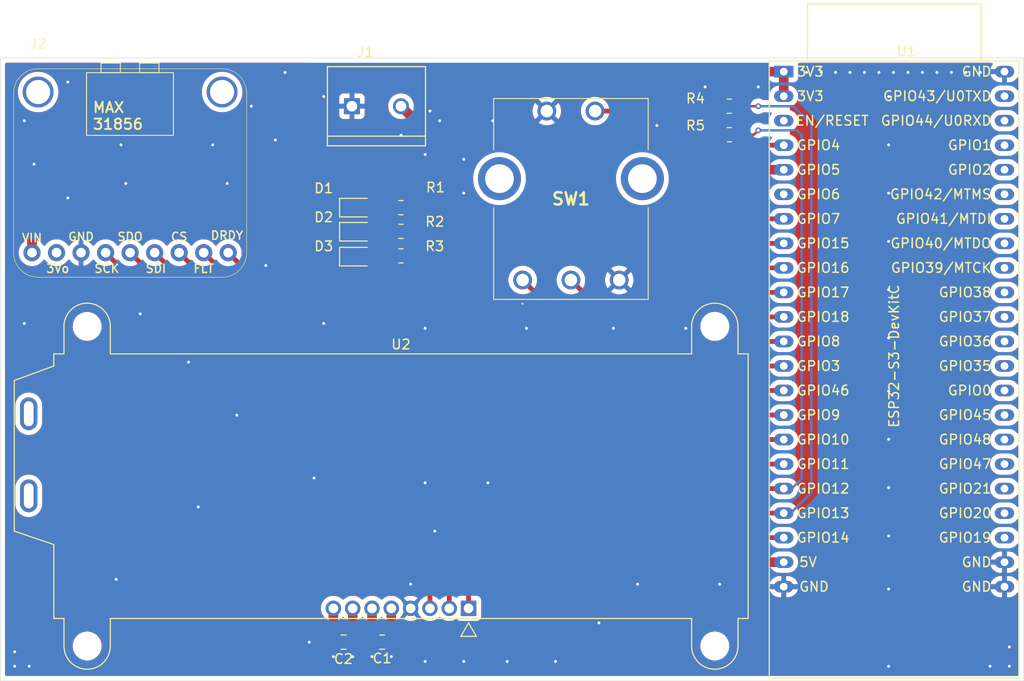
<source format=kicad_pcb>
(kicad_pcb (version 20241229) (generator "pcbnew") (generator_version "9.0")
  (title_block (title "Tube Furnace PCB") (date "2025-03-26") (rev "v2") (company "Waterloo Hacker Fab"))
  (layers (0 "F.Cu" signal) (2 "B.Cu" signal) (13 "F.Paste" user) (15 "B.Paste" user) (5 "F.SilkS" user "F.Silkscreen") (7 "B.SilkS" user "B.Silkscreen") (1 "F.Mask" user) (3 "B.Mask" user) (25 "Edge.Cuts" user))
  (net 0 "")
  (net 1 "GND")
  (net 2 "+3.3V")
  (net 3 "+5V")
  (net 4 "/SSR_PWM")
  (net 5 "Net-(D3-A)")
  (net 6 "Net-(D2-A)")
  (net 7 "Net-(D1-A)")
  (net 8 "Net-(U2-VOUT)")
  (net 9 "Net-(U2-C1+)")
  (net 10 "Net-(U2-C1-)")
  (net 13 "/SCL")
  (net 14 "/SDA")
  (net 15 "/ENC_B")
  (net 16 "/ENC_A")
  (net 17 "/ENC_SW")
  (net 18 "/MAX_SDO")
  (net 19 "/MAX_SCK")
  (net 20 "/MAX_DRDY")
  (net 21 "/MAX_3.3VOUT")
  (net 22 "/MAX_SDI")
  (net 23 "/MAX_CS")
  (net 24 "/MAX_FAULT")
  (net 25 "/DISPLAY_RST")
  (net 26 "/LED_1")
  (net 27 "/LED_2")
  (net 28 "/LED_3")
  (footprint "Diode_SMD:D_0805_2012Metric_Pad1.15x1.40mm_HandSolder" (layer "F.Cu") (at 121 76.5)
    (property "Reference" "D2" (hide yes))
    (property "Value" "LED")
    (fp_line (start -1.86 -0.96) (end -1.86 0.96) (stroke (width 0.12)) (layer "F.SilkS"))
    (fp_line (start -1.86 0.96) (end 1 0.96) (stroke (width 0.12)) (layer "F.SilkS"))
    (fp_line (start 1 -0.96) (end -1.86 -0.96) (stroke (width 0.12)) (layer "F.SilkS"))
    (pad "1" smd roundrect (at -1.025 0) (size 1.15 1.4) (layers "F.Cu" "F.Mask" "F.Paste") (roundrect_rratio 0.217391) (net 1 "GND"))
    (pad "2" smd roundrect (at 1.025 0) (size 1.15 1.4) (layers "F.Cu" "F.Mask" "F.Paste") (roundrect_rratio 0.217391) (net 6 "Net-(D2-A)"))
  )
  (footprint "phoenix_footprints:TE_282837-2" (layer "F.Cu") (at 122.96 63.5)
    (property "Reference" "J1" (at -1.127255 -5.614945 0) (layer "F.SilkS") (effects (font (size 1.002039 1.002039))))
    (property "Value" "Screw_Terminal_01x02")
    (fp_line (start -5.08 -4.1) (end 5.08 -4.1) (stroke (width 0.127)) (layer "F.SilkS"))
    (fp_line (start -5.08 3.1) (end -5.08 -4.1) (stroke (width 0.127)) (layer "F.SilkS"))
    (fp_line (start -5.08 3.1) (end 5.08 3.1) (stroke (width 0.127)) (layer "F.SilkS"))
    (fp_line (start -5.08 4.1) (end -5.08 3.1) (stroke (width 0.127)) (layer "F.SilkS"))
    (fp_line (start 5.08 -4.1) (end 5.08 3.1) (stroke (width 0.127)) (layer "F.SilkS"))
    (fp_line (start 5.08 3.1) (end 5.08 4.1) (stroke (width 0.127)) (layer "F.SilkS"))
    (fp_line (start 5.08 4.1) (end -5.08 4.1) (stroke (width 0.127)) (layer "F.SilkS"))
    (pad "1" thru_hole rect (at -2.54 0) (size 1.65 1.65) (drill 1.1) (layers "*.Cu" "*.Mask") (net 1 "GND"))
    (pad "2" thru_hole circle (at 2.54 0) (size 1.65 1.65) (drill 1.1) (layers "*.Cu" "*.Mask") (net 4 "/SSR_PWM"))
  )
  (footprint "Capacitor_SMD:C_0805_2012Metric" (layer "F.Cu") (at 123.55 119 180)
    (property "Reference" "C1" (at 0 -1.68 0) (layer "F.SilkS"))
    (property "Value" "1uF")
    (fp_line (start -0.261252 0.735) (end 0.261252 0.735) (stroke (width 0.12)) (layer "F.SilkS"))
    (fp_line (start -0.261252 -0.735) (end 0.261252 -0.735) (stroke (width 0.12)) (layer "F.SilkS"))
    (pad "1" smd roundrect (at -0.95 0 180) (size 1 1.45) (layers "F.Cu" "F.Mask" "F.Paste") (net 3 "+5V"))
    (pad "2" smd roundrect (at 0.95 0 180) (size 1 1.45) (layers "F.Cu" "F.Mask" "F.Paste") (net 8 "Net-(U2-VOUT)"))
  )
  (footprint "Resistor_SMD:R_0805_2012Metric_Pad1.20x1.40mm_HandSolder" (layer "F.Cu") (at 125.5 76.46 180)
    (property "Reference" "R2" (at -3.5 1 0) (layer "F.SilkS"))
    (property "Value" "220")
    (fp_line (start -0.227064 0.735) (end 0.227064 0.735) (stroke (width 0.12)) (layer "F.SilkS"))
    (fp_line (start -0.227064 -0.735) (end 0.227064 -0.735) (stroke (width 0.12)) (layer "F.SilkS"))
    (pad "1" smd roundrect (at -1 0 180) (size 1.2 1.4) (layers "F.Cu" "F.Mask" "F.Paste") (roundrect_rratio 0.208333) (net 27 "/LED_2"))
    (pad "2" smd roundrect (at 1 0 180) (size 1.2 1.4) (layers "F.Cu" "F.Mask" "F.Paste") (roundrect_rratio 0.208333) (net 6 "Net-(D2-A)"))
  )
  (footprint "Capacitor_SMD:C_0805_2012Metric" (layer "F.Cu") (at 119.55 119 180)
    (property "Reference" "C2" (at 0.008519 -1.745267 0) (layer "F.SilkS"))
    (property "Value" "1uF")
    (fp_line (start -0.261252 0.735) (end 0.261252 0.735) (stroke (width 0.12)) (layer "F.SilkS"))
    (fp_line (start -0.261252 -0.735) (end 0.261252 -0.735) (stroke (width 0.12)) (layer "F.SilkS"))
    (pad "1" smd roundrect (at -0.95 0 180) (size 1 1.45) (layers "F.Cu" "F.Mask" "F.Paste") (net 9 "Net-(U2-C1+)"))
    (pad "2" smd roundrect (at 0.95 0 180) (size 1 1.45) (layers "F.Cu" "F.Mask" "F.Paste") (net 10 "Net-(U2-C1-)"))
  )
  (footprint "Resistor_SMD:R_0805_2012Metric_Pad1.20x1.40mm_HandSolder" (layer "F.Cu") (at 125.5 79 180)
    (property "Reference" "R3" (at -3.5 1 0) (layer "F.SilkS"))
    (property "Value" "220")
    (fp_line (start -0.227064 0.735) (end 0.227064 0.735) (stroke (width 0.12)) (layer "F.SilkS"))
    (fp_line (start -0.227064 -0.735) (end 0.227064 -0.735) (stroke (width 0.12)) (layer "F.SilkS"))
    (pad "1" smd roundrect (at -1 0 180) (size 1.2 1.4) (layers "F.Cu" "F.Mask" "F.Paste") (roundrect_rratio 0.208333) (net 28 "/LED_3"))
    (pad "2" smd roundrect (at 1 0 180) (size 1.2 1.4) (layers "F.Cu" "F.Mask" "F.Paste") (roundrect_rratio 0.208333) (net 5 "Net-(D3-A)"))
  )
  (footprint "!footprints:PEC164120FS0012" (layer "F.Cu") (at 138.1 81.5)
    (property "Reference" "SW1" (at 5 -8.4 0) (layer "F.SilkS") (effects (font (size 1.27 1.27) (thickness 0.254))))
    (property "Value" "RotaryEncoder_Switch" (hide yes))
    (fp_line (start -3 -18.8) (end -3 -13.5) (stroke (width 0.1)) (layer "F.SilkS"))
    (fp_line (start -3 -7.5) (end -3 2) (stroke (width 0.1)) (layer "F.SilkS"))
    (fp_line (start -3 2) (end 13 2) (stroke (width 0.1)) (layer "F.SilkS"))
    (fp_line (start 0 2.4) (end 0 2.4) (stroke (width 0.1)) (layer "F.SilkS"))
    (fp_line (start 0 2.5) (end 0 2.5) (stroke (width 0.1)) (layer "F.SilkS"))
    (fp_line (start 13 -18.8) (end -3 -18.8) (stroke (width 0.1)) (layer "F.SilkS"))
    (fp_line (start 13 -13.5) (end 13 -18.8) (stroke (width 0.1)) (layer "F.SilkS"))
    (fp_line (start 13 2) (end 13 -7.5) (stroke (width 0.1)) (layer "F.SilkS"))
    (fp_arc (start 0 2.4) (mid 0.05 2.45) (end 0 2.5) (stroke (width 0.1)) (layer "F.SilkS"))
    (fp_arc (start 0 2.5) (mid -0.05 2.45) (end 0 2.4) (stroke (width 0.1)) (layer "F.SilkS"))
    (pad "A" thru_hole circle (at 0 0) (size 1.95 1.95) (drill 1.3) (layers "*.Cu" "*.Mask") (net 16 "/ENC_A"))
    (pad "B" thru_hole circle (at 5 0) (size 1.95 1.95) (drill 1.3) (layers "*.Cu" "*.Mask") (net 15 "/ENC_B"))
    (pad "C" thru_hole circle (at 10 0) (size 1.95 1.95) (drill 1.3) (layers "*.Cu" "*.Mask") (net 1 "GND"))
    (pad "MH1" thru_hole circle (at -2.4 -10.5) (size 4.46 4.46) (drill 2.9732) (layers "*.Cu" "*.Mask"))
    (pad "MH2" thru_hole circle (at 12.4 -10.5) (size 4.46 4.46) (drill 2.9732) (layers "*.Cu" "*.Mask"))
    (pad "S1" thru_hole circle (at 2.5 -17.5) (size 1.95 1.95) (drill 1.3) (layers "*.Cu" "*.Mask") (net 1 "GND"))
    (pad "S2" thru_hole circle (at 7.5 -17.5) (size 1.95 1.95) (drill 1.3) (layers "*.Cu" "*.Mask") (net 17 "/ENC_SW"))
  )
  (footprint "Diode_SMD:D_0805_2012Metric_Pad1.15x1.40mm_HandSolder" (layer "F.Cu") (at 121 79.08)
    (property "Reference" "D3" (hide yes))
    (property "Value" "LED")
    (fp_line (start -1.86 -0.96) (end -1.86 0.96) (stroke (width 0.12)) (layer "F.SilkS"))
    (fp_line (start -1.86 0.96) (end 1 0.96) (stroke (width 0.12)) (layer "F.SilkS"))
    (fp_line (start 1 -0.96) (end -1.86 -0.96) (stroke (width 0.12)) (layer "F.SilkS"))
    (pad "1" smd roundrect (at -1.025 0) (size 1.15 1.4) (layers "F.Cu" "F.Mask" "F.Paste") (roundrect_rratio 0.217391) (net 1 "GND"))
    (pad "2" smd roundrect (at 1.025 0) (size 1.15 1.4) (layers "F.Cu" "F.Mask" "F.Paste") (roundrect_rratio 0.217391) (net 5 "Net-(D3-A)"))
  )
  (footprint "Resistor_SMD:R_0805_2012Metric_Pad1.20x1.40mm_HandSolder" (layer "F.Cu") (at 159.5 66.45)
    (property "Reference" "R5" (at -3.5 -0.95 0) (layer "F.SilkS"))
    (property "Value" "4.7k")
    (fp_line (start -0.227064 -0.735) (end 0.227064 -0.735) (stroke (width 0.12)) (layer "F.SilkS"))
    (fp_line (start -0.227064 0.735) (end 0.227064 0.735) (stroke (width 0.12)) (layer "F.SilkS"))
    (pad "1" smd roundrect (at -1 0) (size 1.2 1.4) (layers "F.Cu" "F.Mask" "F.Paste") (roundrect_rratio 0.208333) (net 2 "+3.3V"))
    (pad "2" smd roundrect (at 1 0) (size 1.2 1.4) (layers "F.Cu" "F.Mask" "F.Paste") (roundrect_rratio 0.208333) (net 14 "/SDA"))
  )
  (footprint "Resistor_SMD:R_0805_2012Metric_Pad1.20x1.40mm_HandSolder" (layer "F.Cu") (at 159.5 63.5)
    (property "Reference" "R4" (at -3.5 -0.8 0) (layer "F.SilkS"))
    (property "Value" "4.7k")
    (fp_line (start -0.227064 -0.735) (end 0.227064 -0.735) (stroke (width 0.12)) (layer "F.SilkS"))
    (fp_line (start -0.227064 0.735) (end 0.227064 0.735) (stroke (width 0.12)) (layer "F.SilkS"))
    (pad "1" smd roundrect (at -1 0) (size 1.2 1.4) (layers "F.Cu" "F.Mask" "F.Paste") (roundrect_rratio 0.208333) (net 2 "+3.3V"))
    (pad "2" smd roundrect (at 1 0) (size 1.2 1.4) (layers "F.Cu" "F.Mask" "F.Paste") (roundrect_rratio 0.208333) (net 13 "/SCL"))
  )
  (footprint "Diode_SMD:D_0805_2012Metric_Pad1.15x1.40mm_HandSolder" (layer "F.Cu") (at 121 74)
    (property "Reference" "D1" (hide yes))
    (property "Value" "LED")
    (fp_line (start -1.86 -0.96) (end -1.86 0.96) (stroke (width 0.12)) (layer "F.SilkS"))
    (fp_line (start -1.86 0.96) (end 1 0.96) (stroke (width 0.12)) (layer "F.SilkS"))
    (fp_line (start 1 -0.96) (end -1.86 -0.96) (stroke (width 0.12)) (layer "F.SilkS"))
    (pad "1" smd roundrect (at -1.025 0) (size 1.15 1.4) (layers "F.Cu" "F.Mask" "F.Paste") (roundrect_rratio 0.217391) (net 1 "GND"))
    (pad "2" smd roundrect (at 1.025 0) (size 1.15 1.4) (layers "F.Cu" "F.Mask" "F.Paste") (roundrect_rratio 0.217391) (net 7 "Net-(D1-A)"))
  )
  (footprint "Display:NHD-C0220BiZ" (layer "F.Cu") (at 125.5 99.6)
    (property "Reference" "U2" (at 0 -11.43 0) (layer "F.SilkS"))
    (property "Value" "NHD-C0220BIZ")
    (fp_line (start -40.05 -7.7) (end -40.05 7.9) (stroke (width 0.12)) (layer "F.SilkS"))
    (fp_line (start -40.05 7.9) (end -35.95 9.3) (stroke (width 0.12)) (layer "F.SilkS"))
    (fp_line (start -35.95 -10.45) (end -35.95 -9.2) (stroke (width 0.12)) (layer "F.SilkS"))
    (fp_line (start -35.95 -9.2) (end -40.05 -7.7) (stroke (width 0.12)) (layer "F.SilkS"))
    (fp_line (start -35.95 9.3) (end -35.95 16.95) (stroke (width 0.12)) (layer "F.SilkS"))
    (fp_line (start -35.95 16.95) (end -34.9 16.95) (stroke (width 0.12)) (layer "F.SilkS"))
    (fp_line (start -34.9 -13.3) (end -34.9 -10.45) (stroke (width 0.12)) (layer "F.SilkS"))
    (fp_line (start -34.9 -10.45) (end -35.95 -10.45) (stroke (width 0.12)) (layer "F.SilkS"))
    (fp_line (start -34.9 16.95) (end -34.9 19.8) (stroke (width 0.12)) (layer "F.SilkS"))
    (fp_line (start -30.1 -10.45) (end -30.1 -13.3) (stroke (width 0.12)) (layer "F.SilkS"))
    (fp_line (start -30.1 16.95) (end 30.1 16.95) (stroke (width 0.12)) (layer "F.SilkS"))
    (fp_line (start -30.1 19.8) (end -30.1 16.95) (stroke (width 0.12)) (layer "F.SilkS"))
    (fp_line (start 6.2 18.8) (end 7 17.4) (stroke (width 0.12)) (layer "F.SilkS"))
    (fp_line (start 6.2 18.8) (end 7.8 18.8) (stroke (width 0.12)) (layer "F.SilkS"))
    (fp_line (start 7 17.4) (end 7.8 18.8) (stroke (width 0.12)) (layer "F.SilkS"))
    (fp_line (start 30.1 -13.3) (end 30.1 -10.45) (stroke (width 0.12)) (layer "F.SilkS"))
    (fp_line (start 30.1 -10.45) (end -30.1 -10.45) (stroke (width 0.12)) (layer "F.SilkS"))
    (fp_line (start 30.1 16.95) (end 30.1 19.8) (stroke (width 0.12)) (layer "F.SilkS"))
    (fp_line (start 34.9 -10.45) (end 34.9 -13.3) (stroke (width 0.12)) (layer "F.SilkS"))
    (fp_line (start 34.9 16.95) (end 35.95 16.95) (stroke (width 0.12)) (layer "F.SilkS"))
    (fp_line (start 34.9 19.8) (end 34.9 16.95) (stroke (width 0.12)) (layer "F.SilkS"))
    (fp_line (start 35.95 -10.45) (end 34.9 -10.45) (stroke (width 0.12)) (layer "F.SilkS"))
    (fp_line (start 35.95 16.95) (end 35.95 -10.45) (stroke (width 0.12)) (layer "F.SilkS"))
    (fp_arc (start -34.9 -13.3) (mid -32.5 -15.7) (end -30.1 -13.3) (stroke (width 0.12)) (layer "F.SilkS"))
    (fp_arc (start -30.1 19.8) (mid -32.5 22.2) (end -34.9 19.8) (stroke (width 0.12)) (layer "F.SilkS"))
    (fp_arc (start 30.1 -13.3) (mid 32.5 -15.7) (end 34.9 -13.3) (stroke (width 0.12)) (layer "F.SilkS"))
    (fp_arc (start 34.9 19.8) (mid 32.5 22.2) (end 30.1 19.8) (stroke (width 0.12)) (layer "F.SilkS"))
    (pad "" np_thru_hole circle (at -32.5 -13.3) (size 2.5 2.5) (drill 2.5) (layers "*.Cu" "*.Mask"))
    (pad "" np_thru_hole circle (at -32.5 19.8) (size 2.5 2.5) (drill 2.5) (layers "*.Cu" "*.Mask"))
    (pad "" np_thru_hole circle (at 32.5 -13.3) (size 2.5 2.5) (drill 2.5) (layers "*.Cu" "*.Mask"))
    (pad "" np_thru_hole circle (at 32.5 19.8) (size 2.5 2.5) (drill 2.5) (layers "*.Cu" "*.Mask"))
    (pad "1" thru_hole rect (at 7 15.9) (size 1.6 1.6) (drill 1) (layers "*.Cu" "*.Mask") (net 25 "/DISPLAY_RST"))
    (pad "2" thru_hole circle (at 5 15.9) (size 1.6 1.6) (drill 1) (layers "*.Cu" "*.Mask") (net 13 "/SCL"))
    (pad "3" thru_hole circle (at 3 15.9) (size 1.6 1.6) (drill 1) (layers "*.Cu" "*.Mask") (net 14 "/SDA"))
    (pad "4" thru_hole circle (at 1 15.9) (size 1.6 1.6) (drill 1) (layers "*.Cu" "*.Mask") (net 1 "GND"))
    (pad "5" thru_hole circle (at -1 15.9) (size 1.6 1.6) (drill 1) (layers "*.Cu" "*.Mask") (net 3 "+5V"))
    (pad "6" thru_hole circle (at -3 15.9) (size 1.6 1.6) (drill 1) (layers "*.Cu" "*.Mask") (net 8 "Net-(U2-VOUT)"))
    (pad "7" thru_hole circle (at -5 15.9) (size 1.6 1.6) (drill 1) (layers "*.Cu" "*.Mask") (net 9 "Net-(U2-C1+)"))
    (pad "8" thru_hole circle (at -7 15.9) (size 1.6 1.6) (drill 1) (layers "*.Cu" "*.Mask") (net 10 "Net-(U2-C1-)"))
    (pad "9" thru_hole oval (at -38.55 4.25) (size 1.8 3.4) (drill oval 1 2.6) (layers "*.Cu" "*.Mask"))
    (pad "10" thru_hole oval (at -38.55 -4.25) (size 1.8 3.4) (drill oval 1 2.6) (layers "*.Cu" "*.Mask"))
  )
  (footprint "PCM_Espressif:ESP32-S3-DevKitC" (layer "F.Cu") (at 165.14 59.92)
    (property "Reference" "U1" (at 12.7 -2.1 0) (layer "F.SilkS"))
    (property "Value" "ESP32-S3-DevKitC" (at 11.42632 29.46128 90) (layer "F.SilkS"))
    (fp_line (start -1.5 62.79728) (end 24.359999 62.79728) (stroke (width 0.12)) (layer "F.SilkS"))
    (fp_line (start -1.499999 -1.1) (end -1.5 62.79728) (stroke (width 0.12)) (layer "F.SilkS"))
    (fp_line (start 2.46012 -7.01312) (end 20.44332 -7.01312) (stroke (width 0.12)) (layer "F.SilkS"))
    (fp_line (start 2.46012 -1.12032) (end 2.46012 -7.01312) (stroke (width 0.12)) (layer "F.SilkS"))
    (fp_line (start 20.44332 -7.01312) (end 20.44332 -1.12032) (stroke (width 0.12)) (layer "F.SilkS"))
    (fp_line (start 24.359999 62.79728) (end 24.36 -1.1) (stroke (width 0.12)) (layer "F.SilkS"))
    (fp_line (start 24.36 -1.1) (end -1.499999 -1.1) (stroke (width 0.12)) (layer "F.SilkS"))
    (fp_text user "GPIO47" (at 21.59 40.64 0) (layer "F.SilkS") (effects (justify right)))
    (fp_text user "3V3" (at 1.27 0 0) (layer "F.SilkS") (effects (justify left)))
    (fp_text user "GPIO18" (at 1.27 25.4 0) (layer "F.SilkS") (effects (justify left)))
    (fp_text user "GND" (at 1.52032 53.33728 0) (layer "F.SilkS") (effects (justify left)))
    (fp_text user "GPIO12" (at 1.27 43.18 0) (layer "F.SilkS") (effects (justify left)))
    (fp_text user "GPIO11" (at 1.27 40.64 0) (layer "F.SilkS") (effects (justify left)))
    (fp_text user "GPIO48" (at 21.59 38.1 0) (layer "F.SilkS") (effects (justify right)))
    (fp_text user "GPIO2" (at 21.59 10.16 0) (layer "F.SilkS") (effects (justify right)))
    (fp_text user "GPIO36" (at 21.59 27.94 0) (layer "F.SilkS") (effects (justify right)))
    (fp_text user "3V3" (at 1.27 2.54 0) (layer "F.SilkS") (effects (justify left)))
    (fp_text user "GPIO40/MTDO" (at 21.59 17.78 0) (layer "F.SilkS") (effects (justify right)))
    (fp_text user "GPIO9" (at 1.27 35.56 0) (layer "F.SilkS") (effects (justify left)))
    (fp_text user "GND" (at 21.59 50.8 0) (layer "F.SilkS") (effects (justify right)))
    (fp_text user "GPIO17" (at 1.27 22.86 0) (layer "F.SilkS") (effects (justify left)))
    (fp_text user "GPIO21" (at 21.59 43.18 0) (layer "F.SilkS") (effects (justify right)))
    (fp_text user "GPIO6" (at 1.27 12.7 0) (layer "F.SilkS") (effects (justify left)))
    (fp_text user "GPIO5" (at 1.27 10.16 0) (layer "F.SilkS") (effects (justify left)))
    (fp_text user "GPIO19" (at 21.59 48.26 0) (layer "F.SilkS") (effects (justify right)))
    (fp_text user "GPIO37" (at 21.59 25.4 0) (layer "F.SilkS") (effects (justify right)))
    (fp_text user "GPIO20" (at 21.59 45.72 0) (layer "F.SilkS") (effects (justify right)))
    (fp_text user "GPIO38" (at 21.59 22.86 0) (layer "F.SilkS") (effects (justify right)))
    (fp_text user "GPIO7" (at 1.27 15.24 0) (layer "F.SilkS") (effects (justify left)))
    (fp_text user "GPIO39/MTCK" (at 21.59 20.32 0) (layer "F.SilkS") (effects (justify right)))
    (fp_text user "5V" (at 1.52032 50.79728 0) (layer "F.SilkS") (effects (justify left)))
    (fp_text user "GPIO44/U0RXD" (at 21.59 5.08 0) (layer "F.SilkS") (effects (justify right)))
    (fp_text user "GPIO0" (at 21.59 33.02 0) (layer "F.SilkS") (effects (justify right)))
    (fp_text user "GND" (at 21.59 0 0) (layer "F.SilkS") (effects (justify right)))
    (fp_text user "GPIO42/MTMS" (at 21.59 12.7 0) (layer "F.SilkS") (effects (justify right)))
    (fp_text user "GPIO4" (at 1.27 7.62 0) (layer "F.SilkS") (effects (justify left)))
    (fp_text user "GPIO10" (at 1.27 38.1 0) (layer "F.SilkS") (effects (justify left)))
    (fp_text user "GPIO13" (at 1.27 45.72 0) (layer "F.SilkS") (effects (justify left)))
    (fp_text user "GPIO46" (at 1.27 33.02 0) (layer "F.SilkS") (effects (justify left)))
    (fp_text user "GPIO8" (at 1.27 27.94 0) (layer "F.SilkS") (effects (justify left)))
    (fp_text user "GPIO41/MTDI" (at 21.59 15.24 0) (layer "F.SilkS") (effects (justify right)))
    (fp_text user "GPIO15" (at 1.27 17.78 0) (layer "F.SilkS") (effects (justify left)))
    (fp_text user "GPIO35" (at 21.59 30.48 0) (layer "F.SilkS") (effects (justify right)))
    (fp_text user "GND" (at 21.59 53.34 0) (layer "F.SilkS") (effects (justify right)))
    (fp_text user "GPIO14" (at 1.27 48.26 0) (layer "F.SilkS") (effects (justify left)))
    (fp_text user "GPIO1" (at 21.59 7.62 0) (layer "F.SilkS") (effects (justify right)))
    (fp_text user "GPIO43/U0TXD" (at 21.59 2.54 0) (layer "F.SilkS") (effects (justify right)))
    (fp_text user "GPIO45" (at 21.59 35.56 0) (layer "F.SilkS") (effects (justify right)))
    (fp_text user "GPIO16" (at 1.27 20.32 0) (layer "F.SilkS") (effects (justify left)))
    (fp_text user "GPIO3" (at 1.27 30.48 0) (layer "F.SilkS") (effects (justify left)))
    (fp_text user "EN/RESET" (at 8.88632 5.07728 0) (layer "F.SilkS") (effects (justify right)))
    (pad "1" thru_hole rect (at 0 0 270) (size 1.2 2) (drill 0.8) (layers "*.Cu" "*.Mask") (net 2 "+3.3V"))
    (pad "2" thru_hole oval (at 0 2.54 270) (size 1.2 2) (drill 0.8) (layers "*.Cu" "*.Mask") (net 2 "+3.3V"))
    (pad "3" thru_hole oval (at 0 5.08 270) (size 1.2 2) (drill 0.8) (layers "*.Cu" "*.Mask"))
    (pad "4" thru_hole oval (at 0 7.62 270) (size 1.2 2) (drill 0.8) (layers "*.Cu" "*.Mask") (net 17 "/ENC_SW"))
    (pad "5" thru_hole oval (at 0 10.16 270) (size 1.2 2) (drill 0.8) (layers "*.Cu" "*.Mask") (net 4 "/SSR_PWM"))
    (pad "6" thru_hole oval (at 0 12.7 270) (size 1.2 2) (drill 0.8) (layers "*.Cu" "*.Mask"))
    (pad "7" thru_hole oval (at 0 15.24 270) (size 1.2 2) (drill 0.8) (layers "*.Cu" "*.Mask") (net 26 "/LED_1"))
    (pad "8" thru_hole oval (at 0 17.78 270) (size 1.2 2) (drill 0.8) (layers "*.Cu" "*.Mask") (net 27 "/LED_2"))
    (pad "9" thru_hole oval (at 0 20.32 270) (size 1.2 2) (drill 0.8) (layers "*.Cu" "*.Mask") (net 28 "/LED_3"))
    (pad "10" thru_hole oval (at 0 22.86 270) (size 1.2 2) (drill 0.8) (layers "*.Cu" "*.Mask") (net 15 "/ENC_B"))
    (pad "11" thru_hole oval (at 0 25.4 270) (size 1.2 2) (drill 0.8) (layers "*.Cu" "*.Mask") (net 16 "/ENC_A"))
    (pad "12" thru_hole oval (at 0 27.94 270) (size 1.2 2) (drill 0.8) (layers "*.Cu" "*.Mask") (net 20 "/MAX_DRDY"))
    (pad "13" thru_hole oval (at 0 30.48 270) (size 1.2 2) (drill 0.8) (layers "*.Cu" "*.Mask") (net 24 "/MAX_FAULT"))
    (pad "14" thru_hole oval (at 0 33.02 270) (size 1.2 2) (drill 0.8) (layers "*.Cu" "*.Mask") (net 23 "/MAX_CS"))
    (pad "15" thru_hole oval (at 0 35.56 270) (size 1.2 2) (drill 0.8) (layers "*.Cu" "*.Mask") (net 22 "/MAX_SDI"))
    (pad "16" thru_hole oval (at 0 38.1 270) (size 1.2 2) (drill 0.8) (layers "*.Cu" "*.Mask") (net 18 "/MAX_SDO"))
    (pad "17" thru_hole oval (at 0 40.64 270) (size 1.2 2) (drill 0.8) (layers "*.Cu" "*.Mask") (net 19 "/MAX_SCK"))
    (pad "18" thru_hole oval (at 0 43.18 270) (size 1.2 2) (drill 0.8) (layers "*.Cu" "*.Mask") (net 14 "/SDA"))
    (pad "19" thru_hole oval (at 0 45.72 270) (size 1.2 2) (drill 0.8) (layers "*.Cu" "*.Mask") (net 13 "/SCL"))
    (pad "20" thru_hole oval (at -0.00368 48.25728 270) (size 1.2 2) (drill 0.8) (layers "*.Cu" "*.Mask") (net 25 "/DISPLAY_RST"))
    (pad "21" thru_hole oval (at -0.00368 50.79728 270) (size 1.2 2) (drill 0.8) (layers "*.Cu" "*.Mask") (net 3 "+5V"))
    (pad "22" thru_hole oval (at -0.00368 53.33728 270) (size 1.2 2) (drill 0.8) (layers "*.Cu" "*.Mask") (net 1 "GND"))
    (pad "23" thru_hole oval (at 22.86 53.34 270) (size 1.2 2) (drill 0.8) (layers "*.Cu" "*.Mask") (net 1 "GND"))
    (pad "24" thru_hole oval (at 22.86 50.8 270) (size 1.2 2) (drill 0.8) (layers "*.Cu" "*.Mask") (net 1 "GND"))
    (pad "25" thru_hole oval (at 22.86 48.26 270) (size 1.2 2) (drill 0.8) (layers "*.Cu" "*.Mask"))
    (pad "26" thru_hole oval (at 22.86 45.72 270) (size 1.2 2) (drill 0.8) (layers "*.Cu" "*.Mask"))
    (pad "27" thru_hole oval (at 22.86 43.18 270) (size 1.2 2) (drill 0.8) (layers "*.Cu" "*.Mask"))
    (pad "28" thru_hole oval (at 22.86 40.64 270) (size 1.2 2) (drill 0.8) (layers "*.Cu" "*.Mask"))
    (pad "29" thru_hole oval (at 22.86 38.1 270) (size 1.2 2) (drill 0.8) (layers "*.Cu" "*.Mask"))
    (pad "30" thru_hole oval (at 22.86 35.56 270) (size 1.2 2) (drill 0.8) (layers "*.Cu" "*.Mask"))
    (pad "31" thru_hole oval (at 22.86 33.02 270) (size 1.2 2) (drill 0.8) (layers "*.Cu" "*.Mask"))
    (pad "32" thru_hole oval (at 22.86 30.48 270) (size 1.2 2) (drill 0.8) (layers "*.Cu" "*.Mask"))
    (pad "33" thru_hole oval (at 22.86 27.94 270) (size 1.2 2) (drill 0.8) (layers "*.Cu" "*.Mask"))
    (pad "34" thru_hole oval (at 22.86 25.4 270) (size 1.2 2) (drill 0.8) (layers "*.Cu" "*.Mask"))
    (pad "35" thru_hole oval (at 22.86 22.86 270) (size 1.2 2) (drill 0.8) (layers "*.Cu" "*.Mask"))
    (pad "36" thru_hole oval (at 22.86 20.32 270) (size 1.2 2) (drill 0.8) (layers "*.Cu" "*.Mask"))
    (pad "37" thru_hole oval (at 22.86 17.78 270) (size 1.2 2) (drill 0.8) (layers "*.Cu" "*.Mask"))
    (pad "38" thru_hole oval (at 22.86 15.24 270) (size 1.2 2) (drill 0.8) (layers "*.Cu" "*.Mask"))
    (pad "39" thru_hole oval (at 22.86 12.7 270) (size 1.2 2) (drill 0.8) (layers "*.Cu" "*.Mask"))
    (pad "40" thru_hole oval (at 22.86 10.16 270) (size 1.2 2) (drill 0.8) (layers "*.Cu" "*.Mask"))
    (pad "41" thru_hole oval (at 22.86 7.62 270) (size 1.2 2) (drill 0.8) (layers "*.Cu" "*.Mask"))
    (pad "42" thru_hole oval (at 22.86 5.08 270) (size 1.2 2) (drill 0.8) (layers "*.Cu" "*.Mask"))
    (pad "43" thru_hole oval (at 22.86 2.54 270) (size 1.2 2) (drill 0.8) (layers "*.Cu" "*.Mask"))
    (pad "44" thru_hole oval (at 22.86 0 270) (size 1.2 2) (drill 0.8) (layers "*.Cu" "*.Mask") (net 1 "GND"))
  )
  (footprint "!footprints:MAX31856_HEADER" (layer "F.Cu") (at 87.936314 62.019686)
    (property "Reference" "J2" (at 0 -5 0) (layer "F.SilkS") (effects (font (thickness 0.1))))
    (property "Value" "Conn_01x09_Socket")
    (fp_line (start -2.551314 16.648314) (end -2.551314 0.138314) (stroke (width 0.05)) (layer "F.SilkS"))
    (fp_line (start -0.011314 -2.401686) (end 19.038686 -2.401686) (stroke (width 0.05)) (layer "F.SilkS"))
    (fp_line (start 19.012586 19.191516) (end -0.037414 19.191516) (stroke (width 0.05)) (layer "F.SilkS"))
    (fp_line (start 21.578686 0.138314) (end 21.578686 16.648314) (stroke (width 0.05)) (layer "F.SilkS"))
    (fp_rect (start 5 -2) (end 14 4.5) (stroke (width 0.1)) (fill no) (layer "F.SilkS"))
    (fp_rect (start 6.5 -3) (end 8.5 -2) (stroke (width 0.1)) (fill no) (layer "F.SilkS"))
    (fp_rect (start 10.5 -3) (end 12.5 -2) (stroke (width 0.1)) (fill no) (layer "F.SilkS"))
    (fp_arc (start -2.551314 0.138314) (mid -1.807365 -1.657737) (end -0.011314 -2.401686) (stroke (width 0.05)) (layer "F.SilkS"))
    (fp_arc (start -0.011314 19.188314) (mid -1.807365 18.444365) (end -2.551314 16.648314) (stroke (width 0.05)) (layer "F.SilkS"))
    (fp_arc (start 19.038686 -2.401686) (mid 20.834741 -1.657741) (end 21.578686 0.138314) (stroke (width 0.05)) (layer "F.SilkS"))
    (fp_arc (start 21.578686 16.648314) (mid 20.834736 18.444361) (end 19.038686 19.188314) (stroke (width 0.05)) (layer "F.SilkS"))
    (fp_text user "SCK" (at 7.100686 18.299314 0) (layer "F.SilkS") (effects (font (size 0.8636 0.8636) (thickness 0.1524))))
    (fp_text user "SDI" (at 12.180686 18.299314 0) (layer "F.SilkS") (effects (font (size 0.8636 0.8636) (thickness 0.1524))))
    (fp_text user "GND" (at 4.433686 14.997314 0) (layer "F.SilkS") (effects (font (size 0.8636 0.8636) (thickness 0.1524))))
    (fp_text user "FLT" (at 17.133686 18.299314 0) (layer "F.SilkS") (effects (font (size 0.8636 0.8636) (thickness 0.1524))))
    (fp_text user "3Vo" (at 2.020686 18.299314 0) (layer "F.SilkS") (effects (font (size 0.8636 0.8636) (thickness 0.1524))))
    (fp_text user "CS" (at 14.593686 14.997314 0) (layer "F.SilkS") (effects (font (size 0.8636 0.8636) (thickness 0.1524))))
    (fp_text user "SDO" (at 9.513686 14.997314 0) (layer "F.SilkS") (effects (font (size 0.8636 0.8636) (thickness 0.1524))))
    (fp_text user "DRDY" (at 19.546686 14.870314 0) (layer "F.SilkS") (effects (font (size 0.8636 0.8636) (thickness 0.1524))))
    (fp_text user "VIN" (at -0.646314 15.124314 0) (layer "F.SilkS") (effects (font (size 0.8636 0.8636) (thickness 0.1524))))
    (fp_text user "MAX\n31856" (at 5.563686 3.980314 0) (layer "F.SilkS") (effects (font (size 1.0795 1.0795) (thickness 0.1905)) (justify left bottom)))
    (pad "1" thru_hole circle (at 19.673686 16.648314 270) (size 1.778 1.778) (drill 1) (layers "*.Cu" "*.Mask") (net 20 "/MAX_DRDY"))
    (pad "2" thru_hole circle (at 17.133686 16.648314 270) (size 1.778 1.778) (drill 1) (layers "*.Cu" "*.Mask") (net 24 "/MAX_FAULT"))
    (pad "3" thru_hole circle (at 14.593686 16.648314 270) (size 1.778 1.778) (drill 1) (layers "*.Cu" "*.Mask") (net 23 "/MAX_CS"))
    (pad "4" thru_hole circle (at 12.053686 16.648314 270) (size 1.778 1.778) (drill 1) (layers "*.Cu" "*.Mask") (net 22 "/MAX_SDI"))
    (pad "5" thru_hole circle (at 9.513686 16.648314 270) (size 1.778 1.778) (drill 1) (layers "*.Cu" "*.Mask") (net 18 "/MAX_SDO"))
    (pad "6" thru_hole circle (at 6.973686 16.648314 270) (size 1.778 1.778) (drill 1) (layers "*.Cu" "*.Mask") (net 19 "/MAX_SCK"))
    (pad "7" thru_hole circle (at 4.433686 16.648314 270) (size 1.778 1.778) (drill 1) (layers "*.Cu" "*.Mask") (net 1 "GND"))
    (pad "8" thru_hole circle (at 1.893686 16.648314 270) (size 1.778 1.778) (drill 1) (layers "*.Cu" "*.Mask") (net 21 "/MAX_3.3VOUT"))
    (pad "9" thru_hole circle (at -0.646314 16.648314 270) (size 1.778 1.778) (drill 1) (layers "*.Cu" "*.Mask") (net 2 "+3.3V"))
    (pad "P$1" thru_hole circle (at -0.011314 0.011314) (size 3.2 3.2) (drill 2.5) (layers "*.Cu" "*.Mask"))
    (pad "P$1" thru_hole circle (at 19.038686 0.011314) (size 3.2 3.2) (drill 2.5) (layers "*.Cu" "*.Mask"))
    (zone (net 0) (net_name "") (layer "F.Cu") (connect_pads (clearance 0)) (min_thickness 0.25)
      (keepout (tracks not_allowed) (vias not_allowed) (pads not_allowed) (copperpour not_allowed) (footprints allowed))
      (fill (thermal_gap 0.5) (thermal_bridge_width 0.5))
      (polygon (pts (xy 89.941 62.031) (xy 89.92138 61.750427) (xy 89.862904 61.475315) (xy 89.766708 61.211019) (xy 89.634665 60.962683) (xy 89.469346 60.73514) (xy 89.273967 60.53282) (xy 89.052333 60.35966) (xy 88.808756 60.219031) (xy 88.547978 60.11367) (xy 88.275075 60.045628) (xy 87.995357 60.016228) (xy 87.714271 60.026044) (xy 87.437285 60.074884) (xy 87.169793 60.161797) (xy 86.917 60.285093) (xy 86.683826 60.44237) (xy 86.474811 60.630569) (xy 86.294022 60.846025) (xy 86.144978 61.084545) (xy 86.03058 61.341487) (xy 85.953054 61.61185) (xy 85.913911 61.890371) (xy 85.913911 62.171629) (xy 85.953054 62.45015) (xy 86.03058 62.720513) (xy 86.144978 62.977455) (xy 86.294022 63.215975) (xy 86.474811 63.431431) (xy 86.683826 63.61963) (xy 86.917 63.776907) (xy 87.169793 63.900203) (xy 87.437285 63.987116) (xy 87.714271 64.035956) (xy 87.995357 64.045772) (xy 88.275075 64.016372) (xy 88.547978 63.94833) (xy 88.808756 63.842969) (xy 89.052333 63.70234) (xy 89.273967 63.52918) (xy 89.469346 63.32686) (xy 89.634665 63.099317) (xy 89.766708 62.850981) (xy 89.862904 62.586685) (xy 89.92138 62.311573)))
      (polygon (pts (xy 87.909 62.031) (xy 87.913686 62.042314) (xy 87.925 62.047) (xy 87.936314 62.042314) (xy 87.941 62.031) (xy 87.936314 62.019686) (xy 87.925 62.015) (xy 87.913686 62.019686)))
    )
    (zone (net 0) (net_name "") (layer "F.Cu") (connect_pads (clearance 0)) (min_thickness 0.25)
      (keepout (tracks not_allowed) (vias not_allowed) (pads not_allowed) (copperpour not_allowed) (footprints allowed))
      (fill (thermal_gap 0.5) (thermal_bridge_width 0.5))
      (polygon (pts (xy 108.991 62.031) (xy 108.97138 61.750427) (xy 108.912904 61.475315) (xy 108.816708 61.211019) (xy 108.684665 60.962683) (xy 108.519346 60.73514) (xy 108.323967 60.53282) (xy 108.102333 60.35966) (xy 107.858756 60.219031) (xy 107.597978 60.11367) (xy 107.325075 60.045628) (xy 107.045357 60.016228) (xy 106.764271 60.026044) (xy 106.487285 60.074884) (xy 106.219793 60.161797) (xy 105.967 60.285093) (xy 105.733826 60.44237) (xy 105.524811 60.630569) (xy 105.344022 60.846025) (xy 105.194978 61.084545) (xy 105.08058 61.341487) (xy 105.003054 61.61185) (xy 104.963911 61.890371) (xy 104.963911 62.171629) (xy 105.003054 62.45015) (xy 105.08058 62.720513) (xy 105.194978 62.977455) (xy 105.344022 63.215975) (xy 105.524811 63.431431) (xy 105.733826 63.61963) (xy 105.967 63.776907) (xy 106.219793 63.900203) (xy 106.487285 63.987116) (xy 106.764271 64.035956) (xy 107.045357 64.045772) (xy 107.325075 64.016372) (xy 107.597978 63.94833) (xy 107.858756 63.842969) (xy 108.102333 63.70234) (xy 108.323967 63.52918) (xy 108.519346 63.32686) (xy 108.684665 63.099317) (xy 108.816708 62.850981) (xy 108.912904 62.586685) (xy 108.97138 62.311573)))
      (polygon (pts (xy 106.959 62.031) (xy 106.963686 62.042314) (xy 106.975 62.047) (xy 106.986314 62.042314) (xy 106.991 62.031) (xy 106.986314 62.019686) (xy 106.975 62.015) (xy 106.963686 62.019686)))
    )
    (zone (net 0) (net_name "") (layer "B.Cu") (connect_pads (clearance 0)) (min_thickness 0.25)
      (keepout (tracks not_allowed) (vias not_allowed) (pads not_allowed) (copperpour not_allowed) (footprints allowed))
      (fill (thermal_gap 0.5) (thermal_bridge_width 0.5))
      (polygon (pts (xy 89.941 62.031) (xy 89.92138 61.750427) (xy 89.862904 61.475315) (xy 89.766708 61.211019) (xy 89.634665 60.962683) (xy 89.469346 60.73514) (xy 89.273967 60.53282) (xy 89.052333 60.35966) (xy 88.808756 60.219031) (xy 88.547978 60.11367) (xy 88.275075 60.045628) (xy 87.995357 60.016228) (xy 87.714271 60.026044) (xy 87.437285 60.074884) (xy 87.169793 60.161797) (xy 86.917 60.285093) (xy 86.683826 60.44237) (xy 86.474811 60.630569) (xy 86.294022 60.846025) (xy 86.144978 61.084545) (xy 86.03058 61.341487) (xy 85.953054 61.61185) (xy 85.913911 61.890371) (xy 85.913911 62.171629) (xy 85.953054 62.45015) (xy 86.03058 62.720513) (xy 86.144978 62.977455) (xy 86.294022 63.215975) (xy 86.474811 63.431431) (xy 86.683826 63.61963) (xy 86.917 63.776907) (xy 87.169793 63.900203) (xy 87.437285 63.987116) (xy 87.714271 64.035956) (xy 87.995357 64.045772) (xy 88.275075 64.016372) (xy 88.547978 63.94833) (xy 88.808756 63.842969) (xy 89.052333 63.70234) (xy 89.273967 63.52918) (xy 89.469346 63.32686) (xy 89.634665 63.099317) (xy 89.766708 62.850981) (xy 89.862904 62.586685) (xy 89.92138 62.311573)))
      (polygon (pts (xy 87.909 62.031) (xy 87.913686 62.042314) (xy 87.925 62.047) (xy 87.936314 62.042314) (xy 87.941 62.031) (xy 87.936314 62.019686) (xy 87.925 62.015) (xy 87.913686 62.019686)))
    )
    (zone (net 0) (net_name "") (layer "B.Cu") (connect_pads (clearance 0)) (min_thickness 0.25)
      (keepout (tracks not_allowed) (vias not_allowed) (pads not_allowed) (copperpour not_allowed) (footprints allowed))
      (fill (thermal_gap 0.5) (thermal_bridge_width 0.5))
      (polygon (pts (xy 108.991 62.031) (xy 108.97138 61.750427) (xy 108.912904 61.475315) (xy 108.816708 61.211019) (xy 108.684665 60.962683) (xy 108.519346 60.73514) (xy 108.323967 60.53282) (xy 108.102333 60.35966) (xy 107.858756 60.219031) (xy 107.597978 60.11367) (xy 107.325075 60.045628) (xy 107.045357 60.016228) (xy 106.764271 60.026044) (xy 106.487285 60.074884) (xy 106.219793 60.161797) (xy 105.967 60.285093) (xy 105.733826 60.44237) (xy 105.524811 60.630569) (xy 105.344022 60.846025) (xy 105.194978 61.084545) (xy 105.08058 61.341487) (xy 105.003054 61.61185) (xy 104.963911 61.890371) (xy 104.963911 62.171629) (xy 105.003054 62.45015) (xy 105.08058 62.720513) (xy 105.194978 62.977455) (xy 105.344022 63.215975) (xy 105.524811 63.431431) (xy 105.733826 63.61963) (xy 105.967 63.776907) (xy 106.219793 63.900203) (xy 106.487285 63.987116) (xy 106.764271 64.035956) (xy 107.045357 64.045772) (xy 107.325075 64.016372) (xy 107.597978 63.94833) (xy 107.858756 63.842969) (xy 108.102333 63.70234) (xy 108.323967 63.52918) (xy 108.519346 63.32686) (xy 108.684665 63.099317) (xy 108.816708 62.850981) (xy 108.912904 62.586685) (xy 108.97138 62.311573)))
      (polygon (pts (xy 106.959 62.031) (xy 106.963686 62.042314) (xy 106.975 62.047) (xy 106.986314 62.042314) (xy 106.991 62.031) (xy 106.986314 62.019686) (xy 106.975 62.015) (xy 106.963686 62.019686)))
    )
  )
  (footprint "Resistor_SMD:R_0805_2012Metric_Pad1.20x1.40mm_HandSolder" (layer "F.Cu") (at 125.5 74 180)
    (property "Reference" "R1" (hide yes))
    (property "Value" "220")
    (fp_line (start -0.227064 0.735) (end 0.227064 0.735) (stroke (width 0.12)) (layer "F.SilkS"))
    (fp_line (start -0.227064 -0.735) (end 0.227064 -0.735) (stroke (width 0.12)) (layer "F.SilkS"))
    (pad "1" smd roundrect (at -1 0 180) (size 1.2 1.4) (layers "F.Cu" "F.Mask" "F.Paste") (roundrect_rratio 0.208333) (net 26 "/LED_1"))
    (pad "2" smd roundrect (at 1 0 180) (size 1.2 1.4) (layers "F.Cu" "F.Mask" "F.Paste") (roundrect_rratio 0.208333) (net 7 "Net-(D1-A)"))
  )
  (gr_rect (start 84 58.5) (end 190 123) (stroke (width 0.05)) (fill no) (layer "Edge.Cuts"))
  (gr_text "D3" (at 117.5 78 0) (layer "F.SilkS") (effects (font (size 1 1))))
  (gr_text "D1" (at 117.5 72 0) (layer "F.SilkS") (effects (font (size 1 1))))
  (gr_text "D2" (at 117.5 75 0) (layer "F.SilkS") (effects (font (size 1 1))))
  (gr_text "R1" (at 128 72.5 0) (layer "F.SilkS") (effects (font (size 1 1)) (justify left bottom)))
  (via (at 185.5 60) (size 0.6) (drill 0.3) (layers "F.Cu" "B.Cu") (net 1))
  (via (at 86.5 86) (size 0.6) (drill 0.3) (layers "F.Cu" "B.Cu") (net 1))
  (via (at 158.5 113) (size 0.6) (drill 0.3) (layers "F.Cu" "B.Cu") (net 1))
  (via (at 179.5 60) (size 0.6) (drill 0.3) (layers "F.Cu" "B.Cu") (net 1))
  (via (at 91 73) (size 0.6) (drill 0.3) (layers "F.Cu" "B.Cu") (net 1))
  (via (at 98.5 85) (size 0.6) (drill 0.3) (layers "F.Cu" "B.Cu") (net 1))
  (via (at 96.5 67.5) (size 0.6) (drill 0.3) (layers "F.Cu" "B.Cu") (net 1))
  (via (at 132 121) (size 0.6) (drill 0.3) (layers "F.Cu" "B.Cu") (net 1))
  (via (at 132 72.5) (size 0.6) (drill 0.3) (layers "F.Cu" "B.Cu") (net 1))
  (via (at 170.5 60) (size 0.6) (drill 0.3) (layers "F.Cu" "B.Cu") (net 1))
  (via (at 85.5 121.5) (size 0.6) (drill 0.3) (layers "F.Cu" "B.Cu") (net 1))
  (via (at 172 60) (size 0.6) (drill 0.3) (layers "F.Cu" "B.Cu") (net 1))
  (via (at 182.5 60) (size 0.6) (drill 0.3) (layers "F.Cu" "B.Cu") (net 1))
  (via (at 122.5 120.5) (size 0.6) (drill 0.3) (layers "F.Cu" "B.Cu") (net 1))
  (via (at 176 77.5) (size 0.6) (drill 0.3) (layers "F.Cu" "B.Cu") (net 1))
  (via (at 176 87.5) (size 0.6) (drill 0.3) (layers "F.Cu" "B.Cu") (net 1))
  (via (at 96 112.5) (size 0.6) (drill 0.3) (layers "F.Cu" "B.Cu") (net 1))
  (via (at 169.02461 59.973958) (size 0.6) (drill 0.3) (layers "F.Cu" "B.Cu") (net 1))
  (via (at 141.5 121) (size 0.6) (drill 0.3) (layers "F.Cu" "B.Cu") (net 1))
  (via (at 186.5 121.5) (size 0.6) (drill 0.3) (layers "F.Cu" "B.Cu") (net 1))
  (via (at 116.5 102) (size 0.6) (drill 0.3) (layers "F.Cu" "B.Cu") (net 1))
  (via (at 176 98) (size 0.6) (drill 0.3) (layers "F.Cu" "B.Cu") (net 1))
  (via (at 126.5 113) (size 0.6) (drill 0.3) (layers "F.Cu" "B.Cu") (net 1))
  (via (at 176.5 60) (size 0.6) (drill 0.3) (layers "F.Cu" "B.Cu") (net 1))
  (via (at 152 65.5) (size 0.6) (drill 0.3) (layers "F.Cu" "B.Cu") (net 1))
  (via (at 135 65) (size 0.6) (drill 0.3) (layers "F.Cu" "B.Cu") (net 1))
  (via (at 188.5 119.5) (size 0.6) (drill 0.3) (layers "F.Cu" "B.Cu") (net 1))
  (via (at 87 121.5) (size 0.6) (drill 0.3) (layers "F.Cu" "B.Cu") (net 1))
  (via (at 128 86.5) (size 0.6) (drill 0.3) (layers "F.Cu" "B.Cu") (net 1))
  (via (at 147.5 86.5) (size 0.6) (drill 0.3) (layers "F.Cu" "B.Cu") (net 1))
  (via (at 178 60) (size 0.6) (drill 0.3) (layers "F.Cu" "B.Cu") (net 1))
  (via (at 175 60) (size 0.6) (drill 0.3) (layers "F.Cu" "B.Cu") (net 1))
  (via (at 150 113) (size 0.6) (drill 0.3) (layers "F.Cu" "B.Cu") (net 1))
  (via (at 125.5 66.5) (size 0.6) (drill 0.3) (layers "F.Cu" "B.Cu") (net 1))
  (via (at 136.5 121) (size 0.6) (drill 0.3) (layers "F.Cu" "B.Cu") (net 1))
  (via (at 97 71.5) (size 0.6) (drill 0.3) (layers "F.Cu" "B.Cu") (net 1))
  (via (at 176 82.5) (size 0.6) (drill 0.3) (layers "F.Cu" "B.Cu") (net 1))
  (via (at 87.5 69.5) (size 0.6) (drill 0.3) (layers "F.Cu" "B.Cu") (net 1))
  (via (at 117.5 86) (size 0.6) (drill 0.3) (layers "F.Cu" "B.Cu") (net 1))
  (via (at 120.5 120.5) (size 0.6) (drill 0.3) (layers "F.Cu" "B.Cu") (net 1))
  (via (at 118.5 120.5) (size 0.6) (drill 0.3) (layers "F.Cu" "B.Cu") (net 1))
  (via (at 129.5 65) (size 0.6) (drill 0.3) (layers "F.Cu" "B.Cu") (net 1))
  (via (at 108.5 95.5) (size 0.6) (drill 0.3) (layers "F.Cu" "B.Cu") (net 1))
  (via (at 116 119) (size 0.6) (drill 0.3) (layers "F.Cu" "B.Cu") (net 1))
  (via (at 176 121.5) (size 0.6) (drill 0.3) (layers "F.Cu" "B.Cu") (net 1))
  (via (at 132 69) (size 0.6) (drill 0.3) (layers "F.Cu" "B.Cu") (net 1))
  (via (at 128 121) (size 0.6) (drill 0.3) (layers "F.Cu" "B.Cu") (net 1))
  (via (at 117.5 62.5) (size 0.6) (drill 0.3) (layers "F.Cu" "B.Cu") (net 1))
  (via (at 112.5 67) (size 0.6) (drill 0.3) (layers "F.Cu" "B.Cu") (net 1))
  (via (at 124.5 120.5) (size 0.6) (drill 0.3) (layers "F.Cu" "B.Cu") (net 1))
  (via (at 85.5 120) (size 0.6) (drill 0.3) (layers "F.Cu" "B.Cu") (net 1))
  (via (at 91 61) (size 0.6) (drill 0.3) (layers "F.Cu" "B.Cu") (net 1))
  (via (at 184 60) (size 0.6) (drill 0.3) (layers "F.Cu" "B.Cu") (net 1))
  (via (at 128 102.5) (size 0.6) (drill 0.3) (layers "F.Cu" "B.Cu") (net 1))
  (via (at 107.5 71.5) (size 0.6) (drill 0.3) (layers "F.Cu" "B.Cu") (net 1))
  (via (at 113.5 60) (size 0.6) (drill 0.3) (layers "F.Cu" "B.Cu") (net 1))
  (via (at 176 62.5) (size 0.6) (drill 0.3) (layers "F.Cu" "B.Cu") (net 1))
  (via (at 188.5 121.5) (size 0.6) (drill 0.3) (layers "F.Cu" "B.Cu") (net 1))
  (via (at 146 117) (size 0.6) (drill 0.3) (layers "F.Cu" "B.Cu") (net 1))
  (via (at 128 68.5) (size 0.6) (drill 0.3) (layers "F.Cu" "B.Cu") (net 1))
  (via (at 86.5 65) (size 0.6) (drill 0.3) (layers "F.Cu" "B.Cu") (net 1))
  (via (at 103.5 90) (size 0.6) (drill 0.3) (layers "F.Cu" "B.Cu") (net 1))
  (via (at 111.5 80) (size 0.6) (drill 0.3) (layers "F.Cu" "B.Cu") (net 1))
  (via (at 181 60) (size 0.6) (drill 0.3) (layers "F.Cu" "B.Cu") (net 1))
  (via (at 176 108) (size 0.6) (drill 0.3) (layers "F.Cu" "B.Cu") (net 1))
  (via (at 176 67.5) (size 0.6) (drill 0.3) (layers "F.Cu" "B.Cu") (net 1))
  (via (at 106 67.5) (size 0.6) (drill 0.3) (layers "F.Cu" "B.Cu") (net 1))
  (via (at 176 72.5) (size 0.6) (drill 0.3) (layers "F.Cu" "B.Cu") (net 1))
  (via (at 176 113.5) (size 0.6) (drill 0.3) (layers "F.Cu" "B.Cu") (net 1))
  (via (at 128.5 64) (size 0.6) (drill 0.3) (layers "F.Cu" "B.Cu") (net 1))
  (via (at 176 103) (size 0.6) (drill 0.3) (layers "F.Cu" "B.Cu") (net 1))
  (via (at 134.5 102.5) (size 0.6) (drill 0.3) (layers "F.Cu" "B.Cu") (net 1))
  (via (at 173.5 60) (size 0.6) (drill 0.3) (layers "F.Cu" "B.Cu") (net 1))
  (via (at 129 107.5) (size 0.6) (drill 0.3) (layers "F.Cu" "B.Cu") (net 1))
  (via (at 162.5 61.5) (size 0.6) (drill 0.3) (layers "F.Cu" "B.Cu") (net 1))
  (via (at 104.5 105) (size 0.6) (drill 0.3) (layers "F.Cu" "B.Cu") (net 1))
  (via (at 110 63.5) (size 0.6) (drill 0.3) (layers "F.Cu" "B.Cu") (net 1))
  (via (at 155 86.5) (size 0.6) (drill 0.3) (layers "F.Cu" "B.Cu") (net 1))
  (via (at 157 61.5) (size 0.6) (drill 0.3) (layers "F.Cu" "B.Cu") (net 1))
  (via (at 167.5 60) (size 0.6) (drill 0.3) (layers "F.Cu" "B.Cu") (net 1))
  (via (at 138.5 86.5) (size 0.6) (drill 0.3) (layers "F.Cu" "B.Cu") (net 1))
  (via (at 176 93) (size 0.6) (drill 0.3) (layers "F.Cu" "B.Cu") (net 1))
  (segment (start 107 69.5) (end 90.5 69.5) (width 1) (layer "F.Cu") (net 2))
  (segment (start 87.29 72.71) (end 87.29 78.668) (width 1) (layer "F.Cu") (net 2))
  (segment (start 158.5 63) (end 161.58 59.92) (width 1) (layer "F.Cu") (net 2))
  (segment (start 158.5 63.5) (end 158.5 66.45) (width 1) (layer "F.Cu") (net 2))
  (segment (start 162 59.92) (end 116.58 59.92) (width 1) (layer "F.Cu") (net 2))
  (segment (start 158.5 63.5) (end 158.5 63) (width 1) (layer "F.Cu") (net 2))
  (segment (start 90.5 69.5) (end 87.29 72.71) (width 1) (layer "F.Cu") (net 2))
  (segment (start 116.58 59.92) (end 107 69.5) (width 1) (layer "F.Cu") (net 2))
  (segment (start 161.58 59.92) (end 162 59.92) (width 1) (layer "F.Cu") (net 2))
  (segment (start 162 59.92) (end 165.14 59.92) (width 1) (layer "F.Cu") (net 2))
  (segment (start 165.14 59.92) (end 165.14 62.46) (width 1) (layer "F.Cu") (net 2))
  (segment (start 124.5 119) (end 140.5 119) (width 1) (layer "F.Cu") (net 3))
  (segment (start 124.5 115.5) (end 124.5 119) (width 1) (layer "F.Cu") (net 3))
  (segment (start 148.78272 110.71728) (end 165.13632 110.71728) (width 1) (layer "F.Cu") (net 3))
  (segment (start 140.5 119) (end 148.78272 110.71728) (width 1) (layer "F.Cu") (net 3))
  (segment (start 125.5 63.5) (end 129 67) (width 1) (layer "F.Cu") (net 4))
  (segment (start 129 67) (end 152.5 67) (width 1) (layer "F.Cu") (net 4))
  (segment (start 152.5 67) (end 155.58 70.08) (width 1) (layer "F.Cu") (net 4))
  (segment (start 155.58 70.08) (end 165.14 70.08) (width 1) (layer "F.Cu") (net 4))
  (segment (start 122.025 79.08) (end 124.42 79.08) (width 0.5) (layer "F.Cu") (net 5))
  (segment (start 124.42 79.08) (end 124.5 79) (width 0.5) (layer "F.Cu") (net 5))
  (segment (start 122.065 76.46) (end 122.025 76.5) (width 0.5) (layer "F.Cu") (net 6))
  (segment (start 124.5 76.46) (end 122.065 76.46) (width 0.5) (layer "F.Cu") (net 6))
  (segment (start 122.025 74) (end 124.5 74) (width 0.5) (layer "F.Cu") (net 7))
  (segment (start 122.5 115.5) (end 122.5 118.9) (width 1) (layer "F.Cu") (net 8))
  (segment (start 122.6 115.6) (end 122.5 115.5) (width 0.2) (layer "F.Cu") (net 8))
  (segment (start 122.5 118.9) (end 122.6 119) (width 1) (layer "F.Cu") (net 8))
  (segment (start 120.5 115.5) (end 120.5 119) (width 1) (layer "F.Cu") (net 9))
  (segment (start 118.6 115.6) (end 118.5 115.5) (width 0.2) (layer "F.Cu") (net 10))
  (segment (start 118.5 115.5) (end 118.5 118.9) (width 1) (layer "F.Cu") (net 10))
  (segment (start 118.5 118.9) (end 118.6 119) (width 1) (layer "F.Cu") (net 10))
  (segment (start 160.5 63.5) (end 162.5 63.5) (width 0.25) (layer "F.Cu") (net 13))
  (segment (start 137.299761 105.64) (end 130.5 112.439761) (width 0.5) (layer "F.Cu") (net 13))
  (segment (start 165.14 105.64) (end 137.299761 105.64) (width 0.5) (layer "F.Cu") (net 13))
  (segment (start 130.5 112.439761) (end 130.5 115.5) (width 0.5) (layer "F.Cu") (net 13))
  (via (at 162.5 63.5) (size 0.6) (drill 0.3) (layers "F.Cu" "B.Cu") (net 13))
  (segment (start 168 65.3563) (end 168 103.5) (width 0.25) (layer "B.Cu") (net 13))
  (segment (start 166.1437 63.5) (end 168 65.3563) (width 0.25) (layer "B.Cu") (net 13))
  (segment (start 168 103.5) (end 165.86 105.64) (width 0.25) (layer "B.Cu") (net 13))
  (segment (start 165.86 105.64) (end 165.14 105.64) (width 0.25) (layer "B.Cu") (net 13))
  (segment (start 162.5 63.5) (end 166.1437 63.5) (width 0.25) (layer "B.Cu") (net 13))
  (segment (start 128.5 111.5) (end 128.5 115.5) (width 0.5) (layer "F.Cu") (net 14))
  (segment (start 160.5 66.45) (end 162.05 66.45) (width 0.25) (layer "F.Cu") (net 14))
  (segment (start 165.14 103.1) (end 136.9 103.1) (width 0.5) (layer "F.Cu") (net 14))
  (segment (start 162.05 66.45) (end 162.5 66) (width 0.25) (layer "F.Cu") (net 14))
  (segment (start 136.9 103.1) (end 128.5 111.5) (width 0.5) (layer "F.Cu") (net 14))
  (via (at 162.5 66) (size 0.6) (drill 0.3) (layers "F.Cu" "B.Cu") (net 14))
  (segment (start 162.5 66) (end 166.5 66) (width 0.25) (layer "B.Cu") (net 14))
  (segment (start 167 66.5) (end 167 102.070438) (width 0.25) (layer "B.Cu") (net 14))
  (segment (start 167 102.070438) (end 165.970438 103.1) (width 0.25) (layer "B.Cu") (net 14))
  (segment (start 166.5 66) (end 167 66.5) (width 0.25) (layer "B.Cu") (net 14))
  (segment (start 165.970438 103.1) (end 165.14 103.1) (width 0.25) (layer "B.Cu") (net 14))
  (segment (start 151.5 83.5) (end 145.1 83.5) (width 0.5) (layer "F.Cu") (net 15))
  (segment (start 152.22 82.78) (end 151.5 83.5) (width 0.5) (layer "F.Cu") (net 15))
  (segment (start 165.14 82.78) (end 152.22 82.78) (width 0.5) (layer "F.Cu") (net 15))
  (segment (start 145.1 83.5) (end 143.1 81.5) (width 0.5) (layer "F.Cu") (net 15))
  (segment (start 142.1 85.5) (end 153.5 85.5) (width 0.5) (layer "F.Cu") (net 16))
  (segment (start 138.1 81.5) (end 142.1 85.5) (width 0.5) (layer "F.Cu") (net 16))
  (segment (start 161 84.5) (end 161.82 85.32) (width 0.5) (layer "F.Cu") (net 16))
  (segment (start 161.82 85.32) (end 165.14 85.32) (width 0.5) (layer "F.Cu") (net 16))
  (segment (start 154.5 84.5) (end 161 84.5) (width 0.5) (layer "F.Cu") (net 16))
  (segment (start 153.5 85.5) (end 154.5 84.5) (width 0.5) (layer "F.Cu") (net 16))
  (segment (start 152.5 64) (end 157 68.5) (width 0.5) (layer "F.Cu") (net 17))
  (segment (start 162.96 67.54) (end 165.14 67.54) (width 0.5) (layer "F.Cu") (net 17))
  (segment (start 145.6 64) (end 152.5 64) (width 0.5) (layer "F.Cu") (net 17))
  (segment (start 162 68.5) (end 162.96 67.54) (width 0.5) (layer "F.Cu") (net 17))
  (segment (start 157 68.5) (end 162 68.5) (width 0.5) (layer "F.Cu") (net 17))
  (segment (start 97.45 78.668) (end 116.802 98.02) (width 0.5) (layer "F.Cu") (net 18))
  (segment (start 116.802 98.02) (end 165.14 98.02) (width 0.5) (layer "F.Cu") (net 18))
  (segment (start 116.802 100.56) (end 165.14 100.56) (width 0.5) (layer "F.Cu") (net 19))
  (segment (start 94.91 78.668) (end 116.802 100.56) (width 0.5) (layer "F.Cu") (net 19))
  (segment (start 107.61 78.668) (end 116.942 88) (width 0.5) (layer "F.Cu") (net 20))
  (segment (start 158.725288 88.051) (end 158.776288 88) (width 0.5) (layer "F.Cu") (net 20))
  (segment (start 158.916288 87.86) (end 165.14 87.86) (width 0.5) (layer "F.Cu") (net 20))
  (segment (start 157.274712 88.051) (end 158.725288 88.051) (width 0.5) (layer "F.Cu") (net 20))
  (segment (start 116.942 88) (end 157.223712 88) (width 0.5) (layer "F.Cu") (net 20))
  (segment (start 157.223712 88) (end 157.274712 88.051) (width 0.5) (layer "F.Cu") (net 20))
  (segment (start 158.776288 88) (end 158.916288 87.86) (width 0.5) (layer "F.Cu") (net 20))
  (segment (start 99.99 78.668) (end 116.802 95.48) (width 0.5) (layer "F.Cu") (net 22))
  (segment (start 116.802 95.48) (end 165.14 95.48) (width 0.5) (layer "F.Cu") (net 22))
  (segment (start 116.802 92.94) (end 165.14 92.94) (width 0.5) (layer "F.Cu") (net 23))
  (segment (start 102.53 78.668) (end 116.802 92.94) (width 0.5) (layer "F.Cu") (net 23))
  (segment (start 116.802 90.4) (end 165.14 90.4) (width 0.5) (layer "F.Cu") (net 24))
  (segment (start 105.07 78.668) (end 116.802 90.4) (width 0.5) (layer "F.Cu") (net 24))
  (segment (start 165.13632 108.17728) (end 137.82272 108.17728) (width 0.5) (layer "F.Cu") (net 25))
  (segment (start 132.5 113.5) (end 132.5 115.5) (width 0.5) (layer "F.Cu") (net 25))
  (segment (start 137.82272 108.17728) (end 132.5 113.5) (width 0.5) (layer "F.Cu") (net 25))
  (segment (start 126.5 74) (end 147.5 74) (width 0.5) (layer "F.Cu") (net 26))
  (segment (start 147.5 74) (end 148.66 75.16) (width 0.5) (layer "F.Cu") (net 26))
  (segment (start 148.66 75.16) (end 165.14 75.16) (width 0.5) (layer "F.Cu") (net 26))
  (segment (start 150.96 76.46) (end 126.5 76.46) (width 0.5) (layer "F.Cu") (net 27))
  (segment (start 152.2 77.7) (end 150.96 76.46) (width 0.5) (layer "F.Cu") (net 27))
  (segment (start 165.14 77.7) (end 152.2 77.7) (width 0.5) (layer "F.Cu") (net 27))
  (segment (start 126.5 79) (end 151 79) (width 0.5) (layer "F.Cu") (net 28))
  (segment (start 151 79) (end 152.24 80.24) (width 0.5) (layer "F.Cu") (net 28))
  (segment (start 152.24 80.24) (end 165.14 80.24) (width 0.5) (layer "F.Cu") (net 28))
  (zone (net 1) (net_name "GND") (layer "F.Cu") (connect_pads (clearance 0.5)) (min_thickness 0.5) (fill yes (thermal_gap 0.5) (thermal_bridge_width 0.5))
    (polygon (pts (xy 190 123) (xy 190 58.5) (xy 84 58.5) (xy 84 123)))
  )
  (zone (net 0) (net_name "") (layers "F.Cu" "B.Cu") (name "KEEPOUT") (connect_pads (clearance 0)) (min_thickness 0.25)
    (keepout (tracks not_allowed) (vias not_allowed) (pads not_allowed) (copperpour not_allowed) (footprints not_allowed))
    (fill (thermal_gap 0.5) (thermal_bridge_width 0.5))
    (polygon (pts (xy 163.5 59) (xy 163.5 52.5) (xy 190 52.5) (xy 190 59)))
  )
  (zone (net 1) (net_name "GND") (layer "B.Cu") (priority 1) (connect_pads (clearance 0.5)) (min_thickness 0.25) (fill yes (thermal_gap 0.5) (thermal_bridge_width 0.5))
    (polygon (pts (xy 190 123) (xy 190 58.5) (xy 84 58.5) (xy 84 123)))
  )
)
</source>
